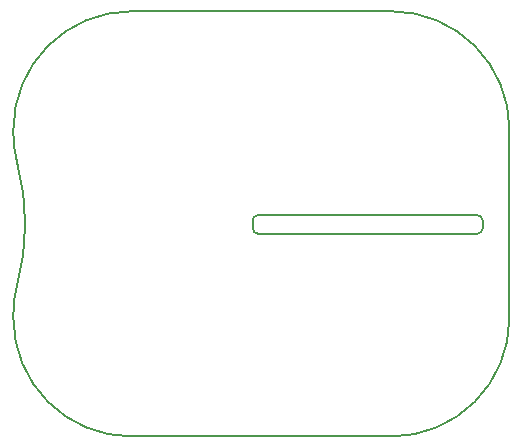
<source format=gbr>
%TF.GenerationSoftware,KiCad,Pcbnew,(6.0.6)*%
%TF.CreationDate,2022-07-28T22:43:09-07:00*%
%TF.ProjectId,left_thumb_routed,6c656674-5f74-4687-956d-625f726f7574,v1.0.0*%
%TF.SameCoordinates,Original*%
%TF.FileFunction,Profile,NP*%
%FSLAX46Y46*%
G04 Gerber Fmt 4.6, Leading zero omitted, Abs format (unit mm)*
G04 Created by KiCad (PCBNEW (6.0.6)) date 2022-07-28 22:43:09*
%MOMM*%
%LPD*%
G01*
G04 APERTURE LIST*
%TA.AperFunction,Profile*%
%ADD10C,0.150000*%
%TD*%
G04 APERTURE END LIST*
D10*
X-87000000Y-34100000D02*
G75*
G03*
X-97000000Y-44100000I-1J-9999999D01*
G01*
X-97000000Y-60100000D02*
G75*
G03*
X-87000000Y-70100000I9999999J-1D01*
G01*
X-65000000Y-34100000D02*
X-87000000Y-34100000D01*
X-97000000Y-59781146D02*
X-97000000Y-60100000D01*
X-55000000Y-44100000D02*
G75*
G03*
X-65000000Y-34100000I-9999999J1D01*
G01*
X-65000000Y-70100000D02*
G75*
G03*
X-55000000Y-60100000I1J9999999D01*
G01*
X-97000000Y-44418854D02*
G75*
G03*
X-96666667Y-46979236I9999971J-5D01*
G01*
X-55000000Y-60100000D02*
X-55000000Y-44100000D01*
X-87000000Y-70100000D02*
X-65000000Y-70100000D01*
X-96666667Y-57220764D02*
G75*
G03*
X-96666667Y-46979236I-19333325J5120764D01*
G01*
X-97000000Y-44100000D02*
X-97000000Y-44418854D01*
X-96666667Y-57220764D02*
G75*
G03*
X-97000000Y-59781146I9666638J-2560377D01*
G01*
%TO.C,J7*%
X-76250000Y-52950000D02*
X-57750000Y-52950000D01*
X-57250000Y-52450000D02*
X-57250000Y-51850000D01*
X-76750000Y-51850000D02*
X-76750000Y-52450000D01*
X-57750000Y-51350000D02*
X-76250000Y-51350000D01*
X-57750000Y-52950000D02*
G75*
G03*
X-57250000Y-52450000I0J500000D01*
G01*
X-57250000Y-51850000D02*
G75*
G03*
X-57750000Y-51350000I-500001J-1D01*
G01*
X-76250000Y-51350000D02*
G75*
G03*
X-76750000Y-51850000I1J-500001D01*
G01*
X-76750000Y-52450000D02*
G75*
G03*
X-76250000Y-52950000I500000J0D01*
G01*
%TD*%
M02*

</source>
